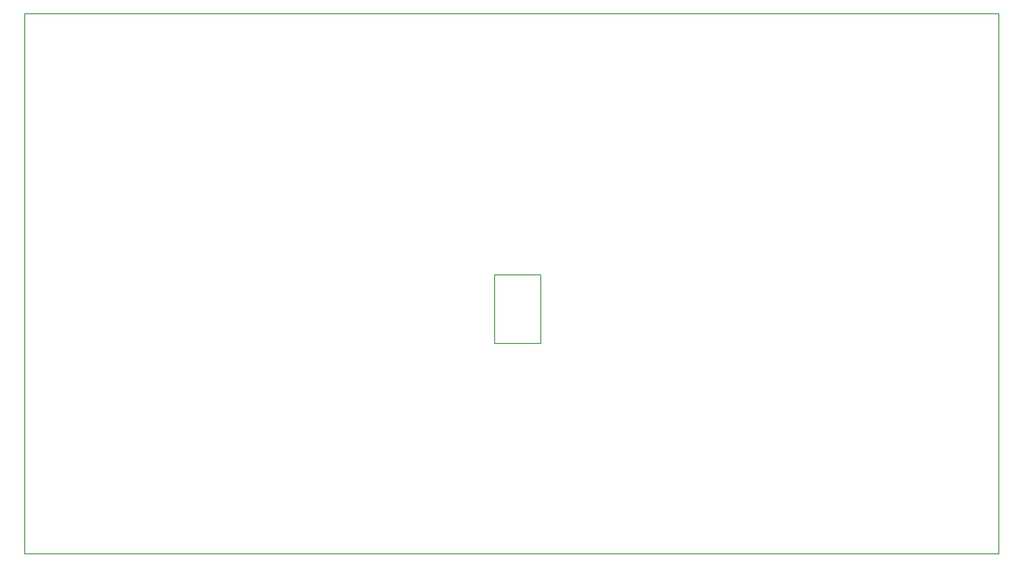
<source format=gbr>
%TF.GenerationSoftware,Altium Limited,Altium NEXUS,2.1.9 (83)*%
G04 Layer_Color=65280*
%FSLAX44Y44*%
%MOMM*%
%TF.FileFunction,Other,Board_outline*%
%TF.Part,Single*%
G01*
G75*
%TA.AperFunction,NonConductor*%
%ADD72C,0.2000*%
D72*
X868750Y390000D02*
Y516250D01*
Y390000D02*
X955000D01*
Y516250D01*
X868750D02*
X955000D01*
X0Y0D02*
Y1000000D01*
X1802500D01*
Y0D02*
Y1000000D01*
X0Y0D02*
X1802500D01*
%TF.MD5,0512791cc2d92369c0a8e778ffef51e3*%
M02*

</source>
